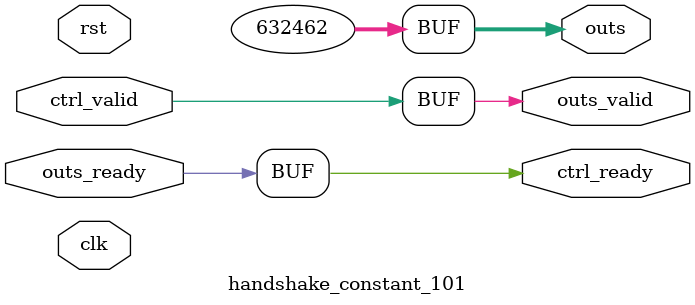
<source format=v>
`timescale 1ns / 1ps
module handshake_constant_101 #(
  parameter DATA_WIDTH = 32  // Default set to 32 bits
) (
  input                       clk,
  input                       rst,
  // Input Channel
  input                       ctrl_valid,
  output                      ctrl_ready,
  // Output Channel
  output [DATA_WIDTH - 1 : 0] outs,
  output                      outs_valid,
  input                       outs_ready
);
  assign outs       = 21'b010011010011010001110;
  assign outs_valid = ctrl_valid;
  assign ctrl_ready = outs_ready;

endmodule

</source>
